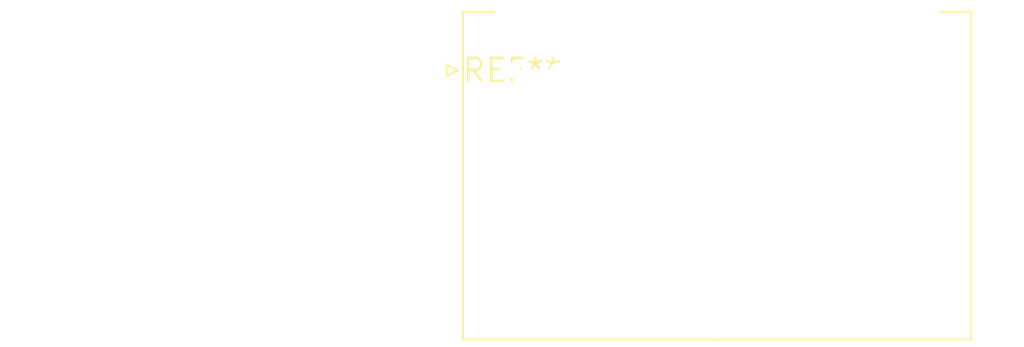
<source format=kicad_pcb>
(kicad_pcb (version 20240108) (generator pcbnew)
  (layers (0 "F.Cu" signal) (31 "B.Cu" signal) (34 "B.Paste" user) (35 "F.Paste" user) (36 "B.SilkS" user "B.Silkscreen") (37 "F.SilkS" user "F.Silkscreen") (38 "B.Mask" user) (39 "F.Mask" user) (44 "Edge.Cuts" user))
  (net 0 "")
  (footprint "JST_J2100_S20B-J21DK-GGXR_2x10_P2.50mm_Horizontal" (layer "F.Cu") (at 0 0)
    (property "Reference" "REF**")
    (property "Value" "JST_J2100_S20B-J21DK-GGXR_2x10_P2.50mm_Horizontal")
    (fp_line (start -3.6 -0.3) (end -3 0) (layer "F.SilkS") (stroke (width 0.12)))
    (fp_line (start -3.6 0.3) (end -3.6 -0.3) (layer "F.SilkS") (stroke (width 0.12)))
    (fp_line (start -3 0) (end -3.6 0.3) (layer "F.SilkS") (stroke (width 0.12)))
    (fp_line (start -2.71 -3.23) (end -2.71 14.79) (layer "F.SilkS") (stroke (width 0.12)))
    (fp_line (start -2.71 14.79) (end 11.25 14.79) (layer "F.SilkS") (stroke (width 0.12)))
    (fp_line (start -1 -3.23) (end -2.71 -3.23) (layer "F.SilkS") (stroke (width 0.12)))
    (fp_line (start 23.5 -3.23) (end 25.21 -3.23) (layer "F.SilkS") (stroke (width 0.12)))
    (fp_line (start 25.21 -3.23) (end 25.21 14.79) (layer "F.SilkS") (stroke (width 0.12)))
    (fp_line (start 25.21 14.79) (end 11.25 14.79) (layer "F.SilkS") (stroke (width 0.12)))
    (pad "" thru_hole circle (at 0 7) (size 3.4 3.4) (drill 2) (layers *.Cu *.Mask) (remove_unused_layers))
    (pad "" thru_hole circle (at 22.5 7) (size 3.4 3.4) (drill 2) (layers *.Cu *.Mask) (remove_unused_layers))
    (pad "1" thru_hole roundrect (at 0 0) (size 1.7 1.7) (drill 0.86) (layers *.Cu *.Mask) (remove_unused_layers) (roundrect_rratio 0.147059))
    (pad "2" thru_hole circle (at 2.5 0) (size 1.7 1.7) (drill 0.86) (layers *.Cu *.Mask) (remove_unused_layers))
    (pad "3" thru_hole circle (at 5 0) (size 1.7 1.7) (drill 0.86) (layers *.Cu *.Mask) (remove_unused_layers))
    (pad "4" thru_hole circle (at 7.5 0) (size 1.7 1.7) (drill 0.86) (layers *.Cu *.Mask) (remove_unused_layers))
    (pad "5" thru_hole circle (at 10 0) (size 1.7 1.7) (drill 0.86) (layers *.Cu *.Mask) (remove_unused_layers))
    (pad "6" thru_hole circle (at 12.5 0) (size 1.7 1.7) (drill 0.86) (layers *.Cu *.Mask) (remove_unused_layers))
    (pad "7" thru_hole circle (at 15 0) (size 1.7 1.7) (drill 0.86) (layers *.Cu *.Mask) (remove_unused_layers))
    (pad "8" thru_hole circle (at 17.5 0) (size 1.7 1.7) (drill 0.86) (layers *.Cu *.Mask) (remove_unused_layers))
    (pad "9" thru_hole circle (at 20 0) (size 1.7 1.7) (drill 0.86) (layers *.Cu *.Mask) (remove_unused_layers))
    (pad "10" thru_hole circle (at 22.5 0) (size 1.7 1.7) (drill 0.86) (layers *.Cu *.Mask) (remove_unused_layers))
    (pad "11" thru_hole circle (at 0 -2.5) (size 1.7 1.7) (drill 0.86) (layers *.Cu *.Mask) (remove_unused_layers))
    (pad "12" thru_hole circle (at 2.5 -2.5) (size 1.7 1.7) (drill 0.86) (layers *.Cu *.Mask) (remove_unused_layers))
    (pad "13" thru_hole circle (at 5 -2.5) (size 1.7 1.7) (drill 0.86) (layers *.Cu *.Mask) (remove_unused_layers))
    (pad "14" thru_hole circle (at 7.5 -2.5) (size 1.7 1.7) (drill 0.86) (layers *.Cu *.Mask) (remove_unused_layers))
    (pad "15" thru_hole circle (at 10 -2.5) (size 1.7 1.7) (drill 0.86) (layers *.Cu *.Mask) (remove_unused_layers))
    (pad "16" thru_hole circle (at 12.5 -2.5) (size 1.7 1.7) (drill 0.86) (layers *.Cu *.Mask) (remove_unused_layers))
    (pad "17" thru_hole circle (at 15 -2.5) (size 1.7 1.7) (drill 0.86) (layers *.Cu *.Mask) (remove_unused_layers))
    (pad "18" thru_hole circle (at 17.5 -2.5) (size 1.7 1.7) (drill 0.86) (layers *.Cu *.Mask) (remove_unused_layers))
    (pad "19" thru_hole circle (at 20 -2.5) (size 1.7 1.7) (drill 0.86) (layers *.Cu *.Mask) (remove_unused_layers))
    (pad "20" thru_hole circle (at 22.5 -2.5) (size 1.7 1.7) (drill 0.86) (layers *.Cu *.Mask) (remove_unused_layers))
  )
)
</source>
